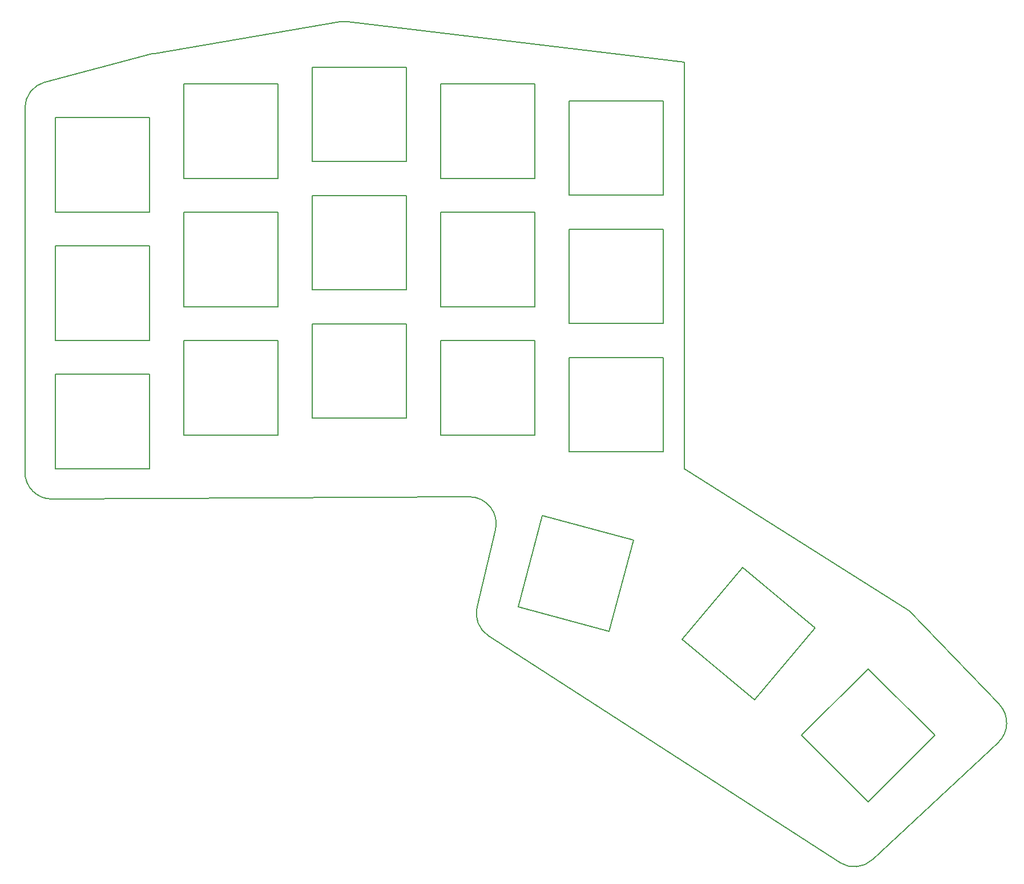
<source format=gbr>
%TF.GenerationSoftware,KiCad,Pcbnew,7.0.10*%
%TF.CreationDate,2024-01-22T21:55:37+02:00*%
%TF.ProjectId,juubo_left_plate,6a757562-6f5f-46c6-9566-745f706c6174,v1.0.0*%
%TF.SameCoordinates,Original*%
%TF.FileFunction,Profile,NP*%
%FSLAX46Y46*%
G04 Gerber Fmt 4.6, Leading zero omitted, Abs format (unit mm)*
G04 Created by KiCad (PCBNEW 7.0.10) date 2024-01-22 21:55:37*
%MOMM*%
%LPD*%
G01*
G04 APERTURE LIST*
%TA.AperFunction,Profile*%
%ADD10C,0.150000*%
%TD*%
G04 APERTURE END LIST*
D10*
X194947858Y-121621082D02*
X185948831Y-132345705D01*
X93000000Y-107000000D02*
X107000000Y-107000000D01*
X145100000Y-80450000D02*
X145100000Y-66450000D01*
X150150000Y-82950000D02*
X164150000Y-82950000D01*
X131100000Y-61400000D02*
X145100000Y-61400000D01*
X158270912Y-116092186D02*
G75*
G03*
X154358435Y-111163003I-3890512J929286D01*
G01*
X223454699Y-146590306D02*
X213555204Y-136690811D01*
X112050000Y-68950000D02*
X112050000Y-82950000D01*
X205672480Y-130620109D02*
X194947858Y-121621082D01*
X213555204Y-136690811D02*
X203655709Y-146590306D01*
X186296500Y-46667744D02*
X186296500Y-107025000D01*
X164150000Y-63900000D02*
X164150000Y-49900000D01*
X107000000Y-107000000D02*
X107000000Y-93000000D01*
X145100000Y-85500000D02*
X131100000Y-85500000D01*
X183200000Y-104500000D02*
X183200000Y-90500000D01*
X150150000Y-102000000D02*
X164150000Y-102000000D01*
X183200000Y-71450000D02*
X169200000Y-71450000D01*
X91459522Y-49591646D02*
G75*
G03*
X88475000Y-53460615I1015478J-3868954D01*
G01*
X112050000Y-82950000D02*
X126050000Y-82950000D01*
X169200000Y-90500000D02*
X169200000Y-104500000D01*
X155537178Y-127537899D02*
X158270976Y-116092201D01*
X131100000Y-66450000D02*
X131100000Y-80450000D01*
X126050000Y-68950000D02*
X112050000Y-68950000D01*
X107000000Y-87950000D02*
X107000000Y-73950000D01*
X136371889Y-40639656D02*
X186296500Y-46667744D01*
X145100000Y-47400000D02*
X131100000Y-47400000D01*
X126050000Y-102000000D02*
X126050000Y-88000000D01*
X107699253Y-45345381D02*
G75*
G03*
X107354039Y-45419872I670347J-3943719D01*
G01*
X183200000Y-52400000D02*
X169200000Y-52400000D01*
X145100000Y-99500000D02*
X145100000Y-85500000D01*
X164150000Y-49900000D02*
X150150000Y-49900000D01*
X112050000Y-88000000D02*
X112050000Y-102000000D01*
X107000000Y-68900000D02*
X107000000Y-54900000D01*
X112050000Y-49900000D02*
X112050000Y-63900000D01*
X131100000Y-99500000D02*
X145100000Y-99500000D01*
X136371889Y-40639656D02*
G75*
G03*
X135222136Y-40667369I-479489J-3971244D01*
G01*
X126050000Y-63900000D02*
X126050000Y-49900000D01*
X107000000Y-54900000D02*
X93000000Y-54900000D01*
X131100000Y-85500000D02*
X131100000Y-99500000D01*
X150150000Y-49900000D02*
X150150000Y-63900000D01*
X183200000Y-85450000D02*
X183200000Y-71450000D01*
X169200000Y-52400000D02*
X169200000Y-66400000D01*
X169200000Y-85450000D02*
X183200000Y-85450000D01*
X161626786Y-127499748D02*
X175149748Y-131123214D01*
X93000000Y-68900000D02*
X107000000Y-68900000D01*
X131100000Y-47400000D02*
X131100000Y-61400000D01*
X154358435Y-111163003D02*
X92496978Y-111502901D01*
X183200000Y-90500000D02*
X169200000Y-90500000D01*
X88475038Y-107502962D02*
G75*
G03*
X92496978Y-111502902I3999962J-38D01*
G01*
X209325077Y-165452613D02*
X157257711Y-131827361D01*
X131100000Y-80450000D02*
X145100000Y-80450000D01*
X107000000Y-93000000D02*
X93000000Y-93000000D01*
X183200000Y-66400000D02*
X183200000Y-52400000D01*
X145100000Y-61400000D02*
X145100000Y-47400000D01*
X126050000Y-49900000D02*
X112050000Y-49900000D01*
X219696074Y-128106113D02*
X232992932Y-141972346D01*
X169200000Y-104500000D02*
X183200000Y-104500000D01*
X169200000Y-66400000D02*
X183200000Y-66400000D01*
X203655709Y-146590306D02*
X213555204Y-156489801D01*
X112050000Y-102000000D02*
X126050000Y-102000000D01*
X93000000Y-54900000D02*
X93000000Y-68900000D01*
X93000000Y-93000000D02*
X93000000Y-107000000D01*
X213555204Y-156489801D02*
X223454699Y-146590306D01*
X93000000Y-73950000D02*
X93000000Y-87950000D01*
X178773214Y-117600253D02*
X165250253Y-113976786D01*
X169200000Y-71450000D02*
X169200000Y-85450000D01*
X150150000Y-88000000D02*
X150150000Y-102000000D01*
X145100000Y-66450000D02*
X131100000Y-66450000D01*
X164150000Y-102000000D02*
X164150000Y-88000000D01*
X175149748Y-131123214D02*
X178773214Y-117600253D01*
X93000000Y-87950000D02*
X107000000Y-87950000D01*
X232833570Y-147666548D02*
X214222824Y-165018080D01*
X126050000Y-88000000D02*
X112050000Y-88000000D01*
X155537205Y-127537906D02*
G75*
G03*
X157257712Y-131827362I3890495J-929294D01*
G01*
X209325074Y-165452618D02*
G75*
G03*
X214222824Y-165018080I2170026J3360218D01*
G01*
X107000000Y-73950000D02*
X93000000Y-73950000D01*
X126050000Y-82950000D02*
X126050000Y-68950000D01*
X164150000Y-82950000D02*
X164150000Y-68950000D01*
X88475000Y-107502962D02*
X88475000Y-53460615D01*
X185948831Y-132345705D02*
X196673453Y-141344731D01*
X196673453Y-141344731D02*
X205672480Y-130620109D01*
X91459526Y-49591660D02*
X107354039Y-45419872D01*
X165250253Y-113976786D02*
X161626786Y-127499748D01*
X164150000Y-88000000D02*
X150150000Y-88000000D01*
X150150000Y-68950000D02*
X150150000Y-82950000D01*
X112050000Y-63900000D02*
X126050000Y-63900000D01*
X186296500Y-107025000D02*
X219696074Y-128106113D01*
X164150000Y-68950000D02*
X150150000Y-68950000D01*
X150150000Y-63900000D02*
X164150000Y-63900000D01*
X232833591Y-147666571D02*
G75*
G03*
X232992932Y-141972345I-2727691J2925671D01*
G01*
X107699253Y-45345383D02*
X135222136Y-40667369D01*
M02*

</source>
